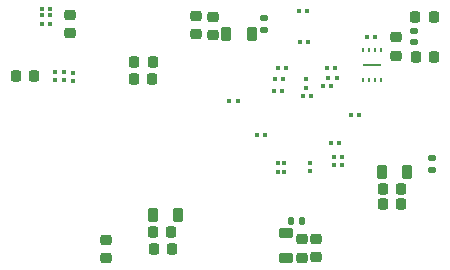
<source format=gbr>
%TF.GenerationSoftware,KiCad,Pcbnew,7.0.6*%
%TF.CreationDate,2024-03-24T10:59:23+08:00*%
%TF.ProjectId,USB3 Hub,55534233-2048-4756-922e-6b696361645f,rev?*%
%TF.SameCoordinates,Original*%
%TF.FileFunction,Paste,Bot*%
%TF.FilePolarity,Positive*%
%FSLAX46Y46*%
G04 Gerber Fmt 4.6, Leading zero omitted, Abs format (unit mm)*
G04 Created by KiCad (PCBNEW 7.0.6) date 2024-03-24 10:59:23*
%MOMM*%
%LPD*%
G01*
G04 APERTURE LIST*
G04 Aperture macros list*
%AMRoundRect*
0 Rectangle with rounded corners*
0 $1 Rounding radius*
0 $2 $3 $4 $5 $6 $7 $8 $9 X,Y pos of 4 corners*
0 Add a 4 corners polygon primitive as box body*
4,1,4,$2,$3,$4,$5,$6,$7,$8,$9,$2,$3,0*
0 Add four circle primitives for the rounded corners*
1,1,$1+$1,$2,$3*
1,1,$1+$1,$4,$5*
1,1,$1+$1,$6,$7*
1,1,$1+$1,$8,$9*
0 Add four rect primitives between the rounded corners*
20,1,$1+$1,$2,$3,$4,$5,0*
20,1,$1+$1,$4,$5,$6,$7,0*
20,1,$1+$1,$6,$7,$8,$9,0*
20,1,$1+$1,$8,$9,$2,$3,0*%
G04 Aperture macros list end*
%ADD10RoundRect,0.079500X-0.079500X-0.100500X0.079500X-0.100500X0.079500X0.100500X-0.079500X0.100500X0*%
%ADD11RoundRect,0.147500X0.172500X-0.147500X0.172500X0.147500X-0.172500X0.147500X-0.172500X-0.147500X0*%
%ADD12RoundRect,0.225000X-0.250000X0.225000X-0.250000X-0.225000X0.250000X-0.225000X0.250000X0.225000X0*%
%ADD13RoundRect,0.225000X0.250000X-0.225000X0.250000X0.225000X-0.250000X0.225000X-0.250000X-0.225000X0*%
%ADD14RoundRect,0.079500X0.079500X0.100500X-0.079500X0.100500X-0.079500X-0.100500X0.079500X-0.100500X0*%
%ADD15RoundRect,0.079500X0.100500X-0.079500X0.100500X0.079500X-0.100500X0.079500X-0.100500X-0.079500X0*%
%ADD16RoundRect,0.218750X0.381250X-0.218750X0.381250X0.218750X-0.381250X0.218750X-0.381250X-0.218750X0*%
%ADD17RoundRect,0.225000X-0.225000X-0.250000X0.225000X-0.250000X0.225000X0.250000X-0.225000X0.250000X0*%
%ADD18R,0.250000X0.400000*%
%ADD19RoundRect,0.050000X-0.750000X0.050000X-0.750000X-0.050000X0.750000X-0.050000X0.750000X0.050000X0*%
%ADD20RoundRect,0.225000X0.225000X0.250000X-0.225000X0.250000X-0.225000X-0.250000X0.225000X-0.250000X0*%
%ADD21RoundRect,0.218750X-0.218750X-0.381250X0.218750X-0.381250X0.218750X0.381250X-0.218750X0.381250X0*%
%ADD22RoundRect,0.079500X-0.100500X0.079500X-0.100500X-0.079500X0.100500X-0.079500X0.100500X0.079500X0*%
%ADD23RoundRect,0.147500X-0.147500X-0.172500X0.147500X-0.172500X0.147500X0.172500X-0.147500X0.172500X0*%
G04 APERTURE END LIST*
D10*
%TO.C,R14*%
X144835000Y-86060000D03*
X145525000Y-86060000D03*
%TD*%
D11*
%TO.C,D13*%
X143650000Y-82835000D03*
X143650000Y-81865000D03*
%TD*%
D10*
%TO.C,R12*%
X148665000Y-87600000D03*
X149355000Y-87600000D03*
%TD*%
D11*
%TO.C,L3*%
X156380000Y-83885000D03*
X156380000Y-82915000D03*
%TD*%
D12*
%TO.C,C42*%
X130280000Y-100630000D03*
X130280000Y-102180000D03*
%TD*%
D13*
%TO.C,C23*%
X154840000Y-85015000D03*
X154840000Y-83465000D03*
%TD*%
D14*
%TO.C,C24*%
X150285000Y-93600000D03*
X149595000Y-93600000D03*
%TD*%
D13*
%TO.C,C48*%
X148030000Y-102115000D03*
X148030000Y-100565000D03*
%TD*%
D10*
%TO.C,C22*%
X146695000Y-83870000D03*
X147385000Y-83870000D03*
%TD*%
D11*
%TO.C,D10*%
X157900000Y-94675000D03*
X157900000Y-93705000D03*
%TD*%
D10*
%TO.C,C38*%
X148975000Y-86030000D03*
X149665000Y-86030000D03*
%TD*%
D15*
%TO.C,C28*%
X144880000Y-94845000D03*
X144880000Y-94155000D03*
%TD*%
D16*
%TO.C,L6*%
X145500000Y-102162500D03*
X145500000Y-100037500D03*
%TD*%
D17*
%TO.C,C15*%
X153725000Y-96280000D03*
X155275000Y-96280000D03*
%TD*%
D10*
%TO.C,C4*%
X124875000Y-81060000D03*
X125565000Y-81060000D03*
%TD*%
D18*
%TO.C,U4*%
X152070000Y-84580000D03*
X152570000Y-84580000D03*
X153070000Y-84580000D03*
X153570000Y-84580000D03*
X153570000Y-87080000D03*
X153070000Y-87080000D03*
X152570000Y-87080000D03*
X152070000Y-87080000D03*
D19*
X152820000Y-85830000D03*
%TD*%
D14*
%TO.C,R11*%
X145265000Y-87010000D03*
X144575000Y-87010000D03*
%TD*%
%TO.C,C30*%
X151735000Y-90030000D03*
X151045000Y-90030000D03*
%TD*%
D15*
%TO.C,C3*%
X125990000Y-87075000D03*
X125990000Y-86385000D03*
%TD*%
D14*
%TO.C,R24*%
X153105000Y-83470000D03*
X152415000Y-83470000D03*
%TD*%
D17*
%TO.C,C41*%
X156485000Y-81770000D03*
X158035000Y-81770000D03*
%TD*%
D20*
%TO.C,C44*%
X134245000Y-85540000D03*
X132695000Y-85540000D03*
%TD*%
D17*
%TO.C,C12*%
X153715000Y-97590000D03*
X155265000Y-97590000D03*
%TD*%
%TO.C,C40*%
X156515000Y-85110000D03*
X158065000Y-85110000D03*
%TD*%
D10*
%TO.C,C21*%
X146595000Y-81270000D03*
X147285000Y-81270000D03*
%TD*%
D14*
%TO.C,C27*%
X141435000Y-88860000D03*
X140745000Y-88860000D03*
%TD*%
D20*
%TO.C,C5*%
X124225000Y-86760000D03*
X122675000Y-86760000D03*
%TD*%
D13*
%TO.C,C11*%
X139320000Y-83265000D03*
X139320000Y-81715000D03*
%TD*%
D21*
%TO.C,L8*%
X140487500Y-83220000D03*
X142612500Y-83220000D03*
%TD*%
%TO.C,L7*%
X134297500Y-98480000D03*
X136422500Y-98480000D03*
%TD*%
D14*
%TO.C,C34*%
X150045000Y-92450000D03*
X149355000Y-92450000D03*
%TD*%
D15*
%TO.C,C29*%
X145400000Y-94845000D03*
X145400000Y-94155000D03*
%TD*%
D14*
%TO.C,R3*%
X125575000Y-81610000D03*
X124885000Y-81610000D03*
%TD*%
D17*
%TO.C,C49*%
X134275000Y-99960000D03*
X135825000Y-99960000D03*
%TD*%
D14*
%TO.C,C25*%
X150265000Y-94260000D03*
X149575000Y-94260000D03*
%TD*%
D10*
%TO.C,R4*%
X124875000Y-82360000D03*
X125565000Y-82360000D03*
%TD*%
D22*
%TO.C,C31*%
X147250000Y-87045000D03*
X147250000Y-87735000D03*
%TD*%
D13*
%TO.C,C47*%
X137870000Y-83235000D03*
X137870000Y-81685000D03*
%TD*%
D14*
%TO.C,R13*%
X147655000Y-88470000D03*
X146965000Y-88470000D03*
%TD*%
D15*
%TO.C,R2*%
X126760000Y-87115000D03*
X126760000Y-86425000D03*
%TD*%
D13*
%TO.C,C6*%
X127210000Y-83145000D03*
X127210000Y-81595000D03*
%TD*%
D21*
%TO.C,L5*%
X153657500Y-94870000D03*
X155782500Y-94870000D03*
%TD*%
D20*
%TO.C,C45*%
X134205000Y-86980000D03*
X132655000Y-86980000D03*
%TD*%
D15*
%TO.C,C35*%
X147560000Y-94815000D03*
X147560000Y-94125000D03*
%TD*%
D14*
%TO.C,R15*%
X149815000Y-86940000D03*
X149125000Y-86940000D03*
%TD*%
D23*
%TO.C,D11*%
X145932500Y-99050000D03*
X146902500Y-99050000D03*
%TD*%
D13*
%TO.C,C18*%
X146890000Y-102135000D03*
X146890000Y-100585000D03*
%TD*%
D22*
%TO.C,R1*%
X127470000Y-86475000D03*
X127470000Y-87165000D03*
%TD*%
D10*
%TO.C,C26*%
X143065000Y-91760000D03*
X143755000Y-91760000D03*
%TD*%
%TO.C,C37*%
X144495000Y-88060000D03*
X145185000Y-88060000D03*
%TD*%
D17*
%TO.C,C50*%
X134315000Y-101410000D03*
X135865000Y-101410000D03*
%TD*%
M02*

</source>
